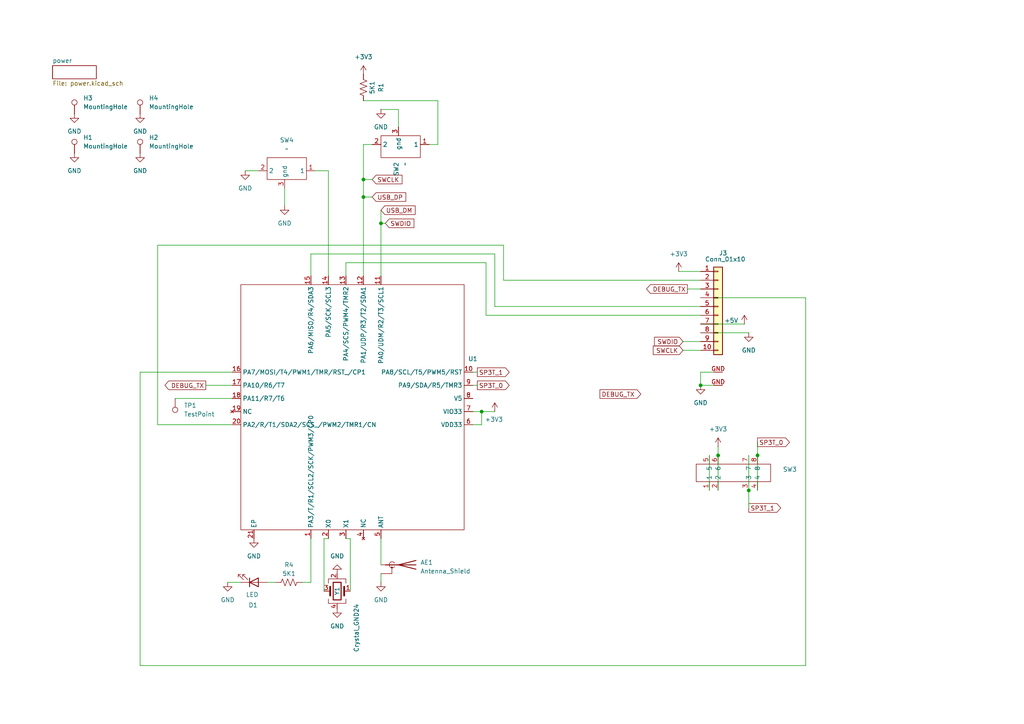
<source format=kicad_sch>
(kicad_sch (version 20250114) (generator "eeschema") (generator_version "9.0")
  (paper "A4")
  (lib_symbols
    (symbol "Connector:TestPoint" (pin_numbers (hide yes)) (pin_names (offset 0.762) (hide yes))
      (property "Reference" "TP" (at 0 6.858 0))
      (property "Value" "TestPoint" (at 0 5.08 0))
      (symbol "TestPoint_0_1"
        (circle (center 0 3.302) (radius 0.762))
      )
      (symbol "TestPoint_1_1"
        (pin passive line (at 0 0 90) (length 2.54) (name "1") (number "1"))
      )
    )
    (symbol "Connector_Generic:Conn_01x10" (pin_names (offset 1.016) (hide yes))
      (property "Reference" "J3" (at 2.54 0.0001 0))
      (property "Value" "Conn_01x10" (at 2.54 -2.5399 0))
      (symbol "Conn_01x10_1_1"
        (rectangle (start -1.27 11.43) (end 1.27 -13.97) (stroke (width 0.254)) (fill (type background)))
        (rectangle (start -1.27 10.287) (end 0 10.033) (stroke (width 0.1524)))
        (rectangle (start -1.27 7.747) (end 0 7.493) (stroke (width 0.1524)))
        (rectangle (start -1.27 5.207) (end 0 4.953) (stroke (width 0.1524)))
        (rectangle (start -1.27 2.667) (end 0 2.413) (stroke (width 0.1524)))
        (rectangle (start -1.27 0.127) (end 0 -0.127) (stroke (width 0.1524)))
        (rectangle (start -1.27 -2.413) (end 0 -2.667) (stroke (width 0.1524)))
        (rectangle (start -1.27 -4.953) (end 0 -5.207) (stroke (width 0.1524)))
        (rectangle (start -1.27 -7.493) (end 0 -7.747) (stroke (width 0.1524)))
        (rectangle (start -1.27 -10.033) (end 0 -10.287) (stroke (width 0.1524)))
        (rectangle (start -1.27 -12.573) (end 0 -12.827) (stroke (width 0.1524)))
        (pin passive line (at -5.08 10.16 0) (length 3.81) (name "Pin_1") (number "1"))
        (pin passive line (at -5.08 7.62 0) (length 3.81) (name "Pin_2") (number "2"))
        (pin passive line (at -5.08 5.08 0) (length 3.81) (name "Pin_3") (number "3"))
        (pin passive line (at -5.08 2.54 0) (length 3.81) (name "Pin_4") (number "4"))
        (pin passive line (at -5.08 0 0) (length 3.81) (name "Pin_5") (number "5"))
        (pin passive line (at -5.08 -2.54 0) (length 3.81) (name "Pin_6") (number "6"))
        (pin passive line (at -5.08 -5.08 0) (length 3.81) (name "Pin_7") (number "7"))
        (pin passive line (at -5.08 -7.62 0) (length 3.81) (name "Pin_8") (number "8"))
        (pin passive line (at -5.08 -10.16 0) (length 3.81) (name "Pin_9") (number "9"))
        (pin passive line (at -5.08 -12.7 0) (length 3.81) (name "Pin_10") (number "10"))
        (pin bidirectional line (at -1.27 -19.05 0) (length 2.54) (name "GND") (number "GND"))
        (pin bidirectional line (at -1.27 -22.86 0) (length 2.54) (name "GND") (number "GND"))
      )
    )
    (symbol "Device:Antenna_Shield" (pin_numbers (hide yes)) (pin_names (offset 1.016) (hide yes))
      (property "Reference" "AE" (at -1.905 4.445 0))
      (property "Value" "Antenna_Shield" (at -1.905 2.54 0))
      (symbol "Antenna_Shield_0_1"
        (arc (start 0 -2.667) (mid -0.8485 -2.1032) (end -0.508 -1.143))
        (polyline (pts (xy 0 5.08) (xy 0 -3.81)) (stroke (width 0.254)))
        (polyline (pts (xy 0 -2.54) (xy 0 0)))
        (arc (start 0.508 -1.143) (mid 0.8046 -2.0885) (end 0 -2.667))
        (polyline (pts (xy 0.762 -1.905) (xy 2.54 -1.905)))
        (circle (center 0.762 -1.905) (radius 0.1778) (fill (type outline)))
        (polyline (pts (xy 1.27 5.08) (xy 0 0) (xy -1.27 5.08)) (stroke (width 0.254)))
        (polyline (pts (xy 2.54 -2.54) (xy 2.54 -1.905)))
      )
      (symbol "Antenna_Shield_1_1"
        (pin input line (at 0 -5.08 90) (length 2.54) (name "A") (number "1"))
        (pin input line (at 2.54 -5.08 90) (length 2.54) (name "Shield") (number "2"))
      )
    )
    (symbol "Device:Crystal_GND24" (pin_names (offset 1.016) (hide yes))
      (property "Reference" "Y" (at 3.175 5.08 0))
      (property "Value" "Crystal_GND24" (at 3.175 3.175 0))
      (symbol "Crystal_GND24_0_1"
        (polyline (pts (xy -2.54 2.286) (xy -2.54 3.556) (xy 2.54 3.556) (xy 2.54 2.286)))
        (polyline (pts (xy -2.54 0) (xy -2.032 0)))
        (polyline (pts (xy -2.54 -2.286) (xy -2.54 -3.556) (xy 2.54 -3.556) (xy 2.54 -2.286)))
        (polyline (pts (xy -2.032 -1.27) (xy -2.032 1.27)) (stroke (width 0.508)))
        (rectangle (start -1.143 2.54) (end 1.143 -2.54) (stroke (width 0.3048)))
        (polyline (pts (xy 0 3.556) (xy 0 3.81)))
        (polyline (pts (xy 0 -3.81) (xy 0 -3.556)))
        (polyline (pts (xy 2.032 0) (xy 2.54 0)))
        (polyline (pts (xy 2.032 -1.27) (xy 2.032 1.27)) (stroke (width 0.508)))
      )
      (symbol "Crystal_GND24_1_1"
        (pin passive line (at -3.81 0 0) (length 1.27) (name "1") (number "1"))
        (pin passive line (at 0 5.08 270) (length 1.27) (name "2") (number "2"))
        (pin passive line (at 0 -5.08 90) (length 1.27) (name "4") (number "4"))
        (pin passive line (at 3.81 0 180) (length 1.27) (name "3") (number "3"))
      )
    )
    (symbol "Device:LED" (pin_numbers (hide yes)) (pin_names (offset 1.016) (hide yes))
      (property "Reference" "D" (at 0 2.54 0))
      (property "Value" "LED" (at 0 -2.54 0))
      (symbol "LED_0_1"
        (polyline (pts (xy -3.048 -0.762) (xy -4.572 -2.286) (xy -3.81 -2.286) (xy -4.572 -2.286) (xy -4.572 -1.524)))
        (polyline (pts (xy -1.778 -0.762) (xy -3.302 -2.286) (xy -2.54 -2.286) (xy -3.302 -2.286) (xy -3.302 -1.524)))
        (polyline (pts (xy -1.27 0) (xy 1.27 0)))
        (polyline (pts (xy -1.27 -1.27) (xy -1.27 1.27)) (stroke (width 0.254)))
        (polyline (pts (xy 1.27 -1.27) (xy 1.27 1.27) (xy -1.27 0) (xy 1.27 -1.27)) (stroke (width 0.254)))
      )
      (symbol "LED_1_1"
        (pin passive line (at -3.81 0 0) (length 2.54) (name "K") (number "1"))
        (pin passive line (at 3.81 0 180) (length 2.54) (name "A") (number "2"))
      )
    )
    (symbol "Device:R_US" (pin_numbers (hide yes)) (pin_names (offset 0))
      (property "Reference" "R" (at 2.54 0 90))
      (property "Value" "R_US" (at -2.54 0 90))
      (symbol "R_US_0_1"
        (polyline (pts (xy 0 2.286) (xy 0 2.54)))
        (polyline (pts (xy 0 2.286) (xy 1.016 1.905) (xy 0 1.524) (xy -1.016 1.143) (xy 0 0.762)))
        (polyline (pts (xy 0 0.762) (xy 1.016 0.381) (xy 0 0) (xy -1.016 -0.381) (xy 0 -0.762)))
        (polyline (pts (xy 0 -0.762) (xy 1.016 -1.143) (xy 0 -1.524) (xy -1.016 -1.905) (xy 0 -2.286)))
        (polyline (pts (xy 0 -2.286) (xy 0 -2.54)))
      )
      (symbol "R_US_1_1"
        (pin passive line (at 0 3.81 270) (length 1.27) (name "~") (number "1"))
        (pin passive line (at 0 -3.81 90) (length 1.27) (name "~") (number "2"))
      )
    )
    (symbol "mydt2_symb:my_sp3t"
      (property "Reference" "SW" (at -10.16 -6.858 0))
      (symbol "my_sp3t_0_1"
        (polyline (pts (xy -10.16 2.54) (xy 11.43 2.54) (xy 11.43 -2.54) (xy -10.16 -2.54) (xy -10.16 2.54)))
      )
      (symbol "my_sp3t_1_1"
        (pin bidirectional line (at -6.35 5.08 270) (length 2.54) (name "5") (number "5"))
        (pin bidirectional line (at -6.35 -5.08 90) (length 2.54) (name "1") (number "1"))
        (pin bidirectional line (at -3.81 5.08 270) (length 2.54) (name "6") (number "6"))
        (pin bidirectional line (at -3.81 -5.08 90) (length 2.54) (name "2") (number "2"))
        (pin bidirectional line (at 5.08 5.08 270) (length 2.54) (name "7") (number "7"))
        (pin bidirectional line (at 5.08 -5.08 90) (length 2.54) (name "3") (number "3"))
        (pin bidirectional line (at 7.62 5.08 270) (length 2.54) (name "8") (number "8"))
        (pin bidirectional line (at 7.62 -5.08 90) (length 2.54) (name "4") (number "4"))
      )
    )
    (symbol "mydt2_symb:my_turt"
      (property "Reference" "SW" (at -19.812 -22.86 0))
      (symbol "my_turt_0_1"
        (polyline (pts (xy -11.43 -2.54) (xy 0 -2.54) (xy 0 -8.89) (xy -11.43 -8.89) (xy -11.43 -2.54)))
      )
      (symbol "my_turt_1_1"
        (pin bidirectional line (at -13.97 -6.35 0) (length 2.54) (name "1") (number "1"))
        (pin bidirectional line (at -5.08 -11.43 90) (length 2.54) (name "gnd") (number "3"))
        (pin bidirectional line (at 2.54 -6.35 180) (length 2.54) (name "2") (number "2"))
      )
    )
    (symbol "power:+3V3" (power) (pin_numbers (hide yes)) (pin_names (offset 0) (hide yes))
      (property "Value" "+3V3" (at 0 3.556 0))
      (symbol "+3V3_0_1"
        (polyline (pts (xy -0.762 1.27) (xy 0 2.54)))
        (polyline (pts (xy 0 2.54) (xy 0.762 1.27)))
        (polyline (pts (xy 0 0) (xy 0 2.54)))
      )
      (symbol "+3V3_1_1"
        (pin power_in line (at 0 0 90) (length 0) (name "~") (number "1"))
      )
    )
    (symbol "power:+5V" (power) (pin_numbers (hide yes)) (pin_names (offset 0) (hide yes))
      (property "Value" "+5V" (at 0 3.556 0))
      (symbol "+5V_0_1"
        (polyline (pts (xy -0.762 1.27) (xy 0 2.54)))
        (polyline (pts (xy 0 2.54) (xy 0.762 1.27)))
        (polyline (pts (xy 0 0) (xy 0 2.54)))
      )
      (symbol "+5V_1_1"
        (pin power_in line (at 0 0 90) (length 0) (name "~") (number "1"))
      )
    )
    (symbol "power:GND" (power) (pin_numbers (hide yes)) (pin_names (offset 0) (hide yes))
      (property "Value" "GND" (at 0 -3.81 0))
      (symbol "GND_0_1"
        (polyline (pts (xy 0 0) (xy 0 -1.27) (xy 1.27 -1.27) (xy 0 -2.54) (xy -1.27 -1.27) (xy 0 -1.27)))
      )
      (symbol "GND_1_1"
        (pin power_in line (at 0 0 270) (length 0) (name "~") (number "1"))
      )
    )
    (symbol "wch:WCH572D"
      (property "Reference" "U" (at 0 0 0))
      (symbol "WCH572D_0_1"
        (rectangle (start -31.75 36.83) (end 33.02 -34.29))
      )
      (symbol "WCH572D_1_1"
        (pin bidirectional line (at -34.29 11.43 0) (length 2.54) (name "PA7/MOSI/T4/PWM1/TMR/RST_/CP1") (number "16"))
        (pin bidirectional line (at -34.29 7.62 0) (length 2.54) (name "PA10/R6/T7") (number "17"))
        (pin bidirectional line (at -34.29 3.81 0) (length 2.54) (name "PA11/R7/T6") (number "18"))
        (pin no_connect line (at -34.29 0 0) (length 2.54) (name "NC") (number "19"))
        (pin bidirectional line (at -34.29 -3.81 0) (length 2.54) (name "PA2/R/T1/SDA2/SCS_/PWM2/TMR1/CN") (number "20"))
        (pin power_in line (at -27.94 -36.83 90) (length 2.54) (name "EP") (number "21"))
        (pin bidirectional line (at -11.43 39.37 270) (length 2.54) (name "PA6/MISO/R4/SDA3") (number "15"))
        (pin bidirectional line (at -11.43 -36.83 90) (length 2.54) (name "PA3/T/R1/SCL2/SCK/PWM3/CP0") (number "1"))
        (pin bidirectional line (at -6.35 39.37 270) (length 2.54) (name "PA5/SCK/SCL3") (number "14"))
        (pin bidirectional line (at -6.35 -36.83 90) (length 2.54) (name "X0") (number "2"))
        (pin bidirectional line (at -1.27 39.37 270) (length 2.54) (name "PA4/SCS/PWM4/TMR2") (number "13"))
        (pin bidirectional line (at -1.27 -36.83 90) (length 2.54) (name "X1") (number "3"))
        (pin bidirectional line (at 3.81 39.37 270) (length 2.54) (name "PA1/UDP/R3/T2/SDA1") (number "12"))
        (pin no_connect line (at 3.81 -36.83 90) (length 2.54) (name "NC") (number "4"))
        (pin bidirectional line (at 8.89 39.37 270) (length 2.54) (name "PA0/UDM/R2/T3/SCL1") (number "11"))
        (pin bidirectional line (at 8.89 -36.83 90) (length 2.54) (name "ANT") (number "5"))
        (pin bidirectional line (at 35.56 11.43 180) (length 2.54) (name "PA8/SCL/T5/PWM5/RST") (number "10"))
        (pin bidirectional line (at 35.56 7.62 180) (length 2.54) (name "PA9/SDA/R5/TMR3") (number "9"))
        (pin power_in line (at 35.56 3.81 180) (length 2.54) (name "V5") (number "8"))
        (pin power_in line (at 35.56 0 180) (length 2.54) (name "VIO33") (number "7"))
        (pin power_in line (at 35.56 -3.81 180) (length 2.54) (name "VDD33") (number "6"))
      )
    )
  )
  (junction (at 139.7 119.38))
  (junction (at 105.41 52.07))
  (junction (at 203.2 111.76))
  (junction (at 217.17 142.24))
  (junction (at 105.41 57.15))
  (junction (at 219.71 132.08))
  (junction (at 110.49 64.77))
  (junction (at 208.28 132.08))
  (wire (pts (xy 139.7 119.38) (xy 139.7 123.19)))
  (wire (pts (xy 107.95 57.15) (xy 105.41 57.15)))
  (wire (pts (xy 40.64 107.95) (xy 40.64 193.04)))
  (wire (pts (xy 111.76 64.77) (xy 110.49 64.77)))
  (wire (pts (xy 205.74 132.08) (xy 205.74 142.24)))
  (wire (pts (xy 140.97 76.2) (xy 140.97 91.44)))
  (wire (pts (xy 146.05 81.28) (xy 146.05 71.12)))
  (wire (pts (xy 143.51 73.66) (xy 143.51 88.9)))
  (wire (pts (xy 217.17 142.24) (xy 217.17 147.32)))
  (wire (pts (xy 203.2 107.95) (xy 203.2 111.76)))
  (wire (pts (xy 90.17 80.01) (xy 90.17 73.66)))
  (wire (pts (xy 90.17 73.66) (xy 143.51 73.66)))
  (wire (pts (xy 105.41 41.91) (xy 105.41 52.07)))
  (wire (pts (xy 101.6 156.21) (xy 100.33 156.21)))
  (wire (pts (xy 137.16 119.38) (xy 139.7 119.38)))
  (wire (pts (xy 105.41 52.07) (xy 105.41 57.15)))
  (wire (pts (xy 45.72 71.12) (xy 45.72 123.19)))
  (wire (pts (xy 110.49 156.21) (xy 110.49 163.83)))
  (wire (pts (xy 40.64 193.04) (xy 233.68 193.04)))
  (wire (pts (xy 66.04 168.91) (xy 69.85 168.91)))
  (wire (pts (xy 219.71 128.27) (xy 219.71 132.08)))
  (wire (pts (xy 203.2 96.52) (xy 217.17 96.52)))
  (wire (pts (xy 198.12 99.06) (xy 203.2 99.06)))
  (wire (pts (xy 143.51 88.9) (xy 203.2 88.9)))
  (wire (pts (xy 100.33 76.2) (xy 140.97 76.2)))
  (wire (pts (xy 115.57 31.75) (xy 115.57 36.83)))
  (wire (pts (xy 137.16 111.76) (xy 138.43 111.76)))
  (wire (pts (xy 71.12 49.53) (xy 74.93 49.53)))
  (wire (pts (xy 82.55 54.61) (xy 82.55 59.69)))
  (wire (pts (xy 50.8 115.57) (xy 67.31 115.57)))
  (wire (pts (xy 203.2 81.28) (xy 146.05 81.28)))
  (wire (pts (xy 127 29.21) (xy 105.41 29.21)))
  (wire (pts (xy 137.16 107.95) (xy 138.43 107.95)))
  (wire (pts (xy 127 41.91) (xy 127 29.21)))
  (wire (pts (xy 101.6 171.45) (xy 101.6 156.21)))
  (wire (pts (xy 67.31 107.95) (xy 40.64 107.95)))
  (wire (pts (xy 217.17 132.08) (xy 217.17 142.24)))
  (wire (pts (xy 203.2 111.76) (xy 207.01 111.76)))
  (wire (pts (xy 207.01 107.95) (xy 203.2 107.95)))
  (wire (pts (xy 87.63 168.91) (xy 90.17 168.91)))
  (wire (pts (xy 95.25 80.01) (xy 95.25 49.53)))
  (wire (pts (xy 208.28 129.54) (xy 208.28 132.08)))
  (wire (pts (xy 140.97 91.44) (xy 203.2 91.44)))
  (wire (pts (xy 105.41 41.91) (xy 107.95 41.91)))
  (wire (pts (xy 93.98 156.21) (xy 95.25 156.21)))
  (wire (pts (xy 107.95 52.07) (xy 105.41 52.07)))
  (wire (pts (xy 146.05 71.12) (xy 45.72 71.12)))
  (wire (pts (xy 59.69 111.76) (xy 67.31 111.76)))
  (wire (pts (xy 91.44 49.53) (xy 95.25 49.53)))
  (wire (pts (xy 233.68 86.36) (xy 203.2 86.36)))
  (wire (pts (xy 105.41 57.15) (xy 105.41 80.01)))
  (wire (pts (xy 199.39 83.82) (xy 203.2 83.82)))
  (wire (pts (xy 100.33 80.01) (xy 100.33 76.2)))
  (wire (pts (xy 208.28 132.08) (xy 208.28 142.24)))
  (wire (pts (xy 139.7 123.19) (xy 137.16 123.19)))
  (wire (pts (xy 233.68 193.04) (xy 233.68 86.36)))
  (wire (pts (xy 139.7 119.38) (xy 143.51 119.38)))
  (wire (pts (xy 93.98 171.45) (xy 93.98 156.21)))
  (wire (pts (xy 219.71 132.08) (xy 219.71 142.24)))
  (wire (pts (xy 110.49 64.77) (xy 110.49 80.01)))
  (wire (pts (xy 110.49 166.37) (xy 110.49 168.91)))
  (wire (pts (xy 198.12 101.6) (xy 203.2 101.6)))
  (wire (pts (xy 67.31 123.19) (xy 45.72 123.19)))
  (wire (pts (xy 90.17 156.21) (xy 90.17 168.91)))
  (wire (pts (xy 110.49 60.96) (xy 110.49 64.77)))
  (wire (pts (xy 110.49 31.75) (xy 115.57 31.75)))
  (wire (pts (xy 77.47 168.91) (xy 80.01 168.91)))
  (wire (pts (xy 124.46 41.91) (xy 127 41.91)))
  (wire (pts (xy 215.9 93.98) (xy 203.2 93.98)))
  (wire (pts (xy 196.85 78.74) (xy 203.2 78.74)))
  (global_label "SWDIO" (shape input) (at 198.12 99.06 180) (property "Intersheetrefs" "${INTERSHEET_REFS}" (effects (hide yes))))
  (global_label "DEBUG_TX" (shape output) (at 173.99 114.3 0) (property "Intersheetrefs" "${INTERSHEET_REFS}" (effects (hide yes))))
  (global_label "SP3T_0" (shape output) (at 219.71 128.27 0) (property "Intersheetrefs" "${INTERSHEET_REFS}" (effects (hide yes))))
  (global_label "USB_DP" (shape input) (at 107.95 57.15 0) (property "Intersheetrefs" "${INTERSHEET_REFS}" (effects (hide yes))))
  (global_label "SP3T_1" (shape output) (at 217.17 147.32 0) (property "Intersheetrefs" "${INTERSHEET_REFS}" (effects (hide yes))))
  (global_label "SWCLK" (shape input) (at 198.12 101.6 180) (property "Intersheetrefs" "${INTERSHEET_REFS}" (effects (hide yes))))
  (global_label "DEBUG_TX" (shape output) (at 199.39 83.82 180) (property "Intersheetrefs" "${INTERSHEET_REFS}" (effects (hide yes))))
  (global_label "SWCLK" (shape input) (at 107.95 52.07 0) (property "Intersheetrefs" "${INTERSHEET_REFS}" (effects (hide yes))))
  (global_label "SWDIO" (shape input) (at 111.76 64.77 0) (property "Intersheetrefs" "${INTERSHEET_REFS}" (effects (hide yes))))
  (global_label "DEBUG_TX" (shape output) (at 59.69 111.76 180) (property "Intersheetrefs" "${INTERSHEET_REFS}" (effects (hide yes))))
  (global_label "USB_DM" (shape input) (at 110.49 60.96 0) (property "Intersheetrefs" "${INTERSHEET_REFS}" (effects (hide yes))))
  (global_label "SP3T_1" (shape output) (at 138.43 107.95 0) (property "Intersheetrefs" "${INTERSHEET_REFS}" (effects (hide yes))))
  (global_label "SP3T_0" (shape output) (at 138.43 111.76 0) (property "Intersheetrefs" "${INTERSHEET_REFS}" (effects (hide yes))))
  (symbol (lib_id "power:+3V3") (at 208.28 129.54 0) (unit 1)
    (property "Reference" "#PWR051" (effects (hide yes)))
    (property "Value" "+3V3" (at 208.28 124.46 0))
    (property "Description" "Power symbol creates a global label with name \"+3V3\"" (effects (hide yes)))
  )
  (symbol (lib_id "Connector:TestPoint") (at 21.59 33.02 0) (unit 1)
    (property "Reference" "H3" (at 24.13 28.4479 0) (effects (justify left)))
    (property "Value" "MountingHole" (at 24.13 30.9879 0) (effects (justify left)))
    (property "Footprint" "MountingHole:MountingHole_2.2mm_M2_ISO7380_Pad" (effects (hide yes)))
    (property "Description" "test point" (effects (hide yes)))
  )
  (symbol (lib_id "power:GND") (at 21.59 33.02 0) (mirror y) (unit 1)
    (property "Reference" "#PWR015" (effects (hide yes)))
    (property "Value" "GND" (at 21.59 38.1 0))
    (property "Description" "Power symbol creates a global label with name \"GND\" , ground" (effects (hide yes)))
  )
  (symbol (lib_id "power:GND") (at 110.49 168.91 0) (unit 1)
    (property "Reference" "#PWR026" (effects (hide yes)))
    (property "Value" "GND" (at 110.49 173.99 0))
    (property "Description" "Power symbol creates a global label with name \"GND\" , ground" (effects (hide yes)))
  )
  (symbol (lib_id "Connector_Generic:Conn_01x10") (at 208.28 88.9 0) (unit 1)
    (property "Reference" "J3" (at 208.534 73.406 0) (effects (justify left)))
    (property "Value" "Conn_01x10" (at 204.47 75.184 0) (effects (justify left)))
    (property "Footprint" "Connector_JST:JST_SH_BM10B-SRSS-TB_1x10-1MP_P1.00mm_Vertical" (effects (hide yes)))
    (property "Description" "Generic connector, single row, 01x10, script generated (kicad-library-utils/schlib/autogen/connector/)" (effects (hide yes)))
  )
  (symbol (lib_id "power:GND") (at 217.17 96.52 0) (unit 1)
    (property "Reference" "#PWR043" (effects (hide yes)))
    (property "Value" "GND" (at 217.17 101.6 0))
    (property "Description" "Power symbol creates a global label with name \"GND\" , ground" (effects (hide yes)))
  )
  (symbol (lib_id "power:GND") (at 71.12 49.53 0) (mirror y) (unit 1)
    (property "Reference" "#PWR046" (effects (hide yes)))
    (property "Value" "GND" (at 71.12 54.61 0))
    (property "Description" "Power symbol creates a global label with name \"GND\" , ground" (effects (hide yes)))
  )
  (symbol (lib_id "power:+5V") (at 215.9 93.98 0) (unit 1)
    (property "Reference" "#PWR031" (effects (hide yes)))
    (property "Value" "+5V" (at 212.09 92.964 0))
    (property "Description" "Power symbol creates a global label with name \"+5V\"" (effects (hide yes)))
  )
  (symbol (lib_id "Device:Crystal_GND24") (at 97.79 171.45 0) (mirror y) (unit 1)
    (property "Reference" "Y1" (at 97.79 171.45 90))
    (property "Value" "Crystal_GND24" (at 103.378 182.118 90))
    (property "Footprint" "Crystal:Crystal_SMD_3225-4Pin_3.2x2.5mm" (effects (hide yes)))
    (property "Description" "Four pin crystal, GND on pins 2 and 4" (effects (hide yes)))
  )
  (symbol (lib_id "mydt2_symb:my_turt") (at 77.47 43.18 0) (mirror y) (unit 1)
    (property "Reference" "SW4" (at 83.185 40.64 0))
    (property "Value" "~" (at 83.185 43.18 0))
    (property "Footprint" "mymy:turt" (effects (hide yes)))
  )
  (symbol (lib_id "Connector:TestPoint") (at 50.8 115.57 180) (unit 1)
    (property "Reference" "TP1" (at 53.34 117.6019 0) (effects (justify right)))
    (property "Value" "TestPoint" (at 53.34 120.1419 0) (effects (justify right)))
    (property "Footprint" "TestPoint:TestPoint_Plated_Hole_D2.0mm" (effects (hide yes)))
    (property "Description" "test point" (effects (hide yes)))
  )
  (symbol (lib_id "power:GND") (at 40.64 33.02 0) (mirror y) (unit 1)
    (property "Reference" "#PWR016" (effects (hide yes)))
    (property "Value" "GND" (at 40.64 38.1 0))
    (property "Description" "Power symbol creates a global label with name \"GND\" , ground" (effects (hide yes)))
  )
  (symbol (lib_id "power:GND") (at 40.64 44.45 0) (mirror y) (unit 1)
    (property "Reference" "#PWR07" (effects (hide yes)))
    (property "Value" "GND" (at 40.64 49.53 0))
    (property "Description" "Power symbol creates a global label with name \"GND\" , ground" (effects (hide yes)))
  )
  (symbol (lib_id "mydt2_symb:my_sp3t") (at 212.09 137.16 0) (unit 1)
    (property "Reference" "SW3" (at 231.14 136.144 0) (effects (justify right)))
    (property "Footprint" "mymy:my_sp3t_pth" (effects (hide yes)))
  )
  (symbol (lib_id "power:GND") (at 82.55 59.69 0) (mirror y) (unit 1)
    (property "Reference" "#PWR045" (effects (hide yes)))
    (property "Value" "GND" (at 82.55 64.77 0))
    (property "Description" "Power symbol creates a global label with name \"GND\" , ground" (effects (hide yes)))
  )
  (symbol (lib_id "Connector:TestPoint") (at 40.64 33.02 0) (unit 1)
    (property "Reference" "H4" (at 43.18 28.4479 0) (effects (justify left)))
    (property "Value" "MountingHole" (at 43.18 30.9879 0) (effects (justify left)))
    (property "Footprint" "MountingHole:MountingHole_2.2mm_M2_ISO7380_Pad" (effects (hide yes)))
    (property "Description" "test point" (effects (hide yes)))
  )
  (symbol (lib_id "power:GND") (at 97.79 166.37 180) (unit 1)
    (property "Reference" "#PWR028" (effects (hide yes)))
    (property "Value" "GND" (at 97.79 161.29 0))
    (property "Description" "Power symbol creates a global label with name \"GND\" , ground" (effects (hide yes)))
  )
  (symbol (lib_id "power:+3V3") (at 143.51 119.38 0) (unit 1)
    (property "Reference" "#PWR01" (effects (hide yes)))
    (property "Value" "+3V3" (at 143.256 121.666 0))
    (property "Description" "Power symbol creates a global label with name \"+3V3\"" (effects (hide yes)))
  )
  (symbol (lib_id "power:GND") (at 203.2 111.76 0) (unit 1)
    (property "Reference" "#PWR047" (effects (hide yes)))
    (property "Value" "GND" (at 203.2 116.84 0))
    (property "Description" "Power symbol creates a global label with name \"GND\" , ground" (effects (hide yes)))
  )
  (symbol (lib_id "power:GND") (at 21.59 44.45 0) (mirror y) (unit 1)
    (property "Reference" "#PWR011" (effects (hide yes)))
    (property "Value" "GND" (at 21.59 49.53 0))
    (property "Description" "Power symbol creates a global label with name \"GND\" , ground" (effects (hide yes)))
  )
  (symbol (lib_id "power:+3V3") (at 105.41 21.59 0) (unit 1)
    (property "Reference" "#PWR019" (effects (hide yes)))
    (property "Value" "+3V3" (at 105.41 16.51 0))
    (property "Description" "Power symbol creates a global label with name \"+3V3\"" (effects (hide yes)))
  )
  (symbol (lib_id "power:GND") (at 73.66 156.21 0) (unit 1)
    (property "Reference" "#PWR04" (effects (hide yes)))
    (property "Value" "GND" (at 73.66 161.29 0))
    (property "Description" "Power symbol creates a global label with name \"GND\" , ground" (effects (hide yes)))
  )
  (symbol (lib_id "power:GND") (at 110.49 31.75 0) (unit 1)
    (property "Reference" "#PWR018" (effects (hide yes)))
    (property "Value" "GND" (at 110.49 36.83 0))
    (property "Description" "Power symbol creates a global label with name \"GND\" , ground" (effects (hide yes)))
  )
  (symbol (lib_id "Device:R_US") (at 83.82 168.91 90) (unit 1)
    (property "Reference" "R4" (at 83.82 163.83 90))
    (property "Value" "5K1" (at 83.82 166.37 90))
    (property "Footprint" "Resistor_SMD:R_0805_2012Metric" (effects (hide yes)))
  )
  (symbol (lib_id "Device:R_US") (at 105.41 25.4 0) (unit 1)
    (property "Reference" "R1" (at 110.49 25.4 90))
    (property "Value" "5K1" (at 107.95 25.4 90))
    (property "Footprint" "Resistor_SMD:R_0805_2012Metric" (effects (hide yes)))
  )
  (symbol (lib_id "Connector:TestPoint") (at 21.59 44.45 0) (unit 1)
    (property "Reference" "H1" (at 24.13 39.8779 0) (effects (justify left)))
    (property "Value" "MountingHole" (at 24.13 42.4179 0) (effects (justify left)))
    (property "Footprint" "MountingHole:MountingHole_2.2mm_M2_ISO7380_Pad" (effects (hide yes)))
    (property "Description" "test point" (effects (hide yes)))
  )
  (symbol (lib_id "power:GND") (at 66.04 168.91 0) (unit 1)
    (property "Reference" "#PWR02" (effects (hide yes)))
    (property "Value" "GND" (at 66.04 173.99 0))
    (property "Description" "Power symbol creates a global label with name \"GND\" , ground" (effects (hide yes)))
  )
  (symbol (lib_id "power:GND") (at 97.79 176.53 0) (unit 1)
    (property "Reference" "#PWR027" (effects (hide yes)))
    (property "Value" "GND" (at 97.79 181.61 0))
    (property "Description" "Power symbol creates a global label with name \"GND\" , ground" (effects (hide yes)))
  )
  (symbol (lib_id "Device:LED") (at 73.66 168.91 0) (mirror x) (unit 1)
    (property "Reference" "D1" (at 73.406 175.514 0))
    (property "Value" "LED" (at 73.152 172.466 0))
    (property "Footprint" "LED_SMD:LED_0805_2012Metric" (effects (hide yes)))
  )
  (symbol (lib_id "mydt2_symb:my_turt") (at 110.49 48.26 180) (unit 1)
    (property "Reference" "SW2" (at 114.9349 46.99 90) (effects (justify left)))
    (property "Value" "~" (at 117.4749 46.99 90) (effects (justify left)))
    (property "Footprint" "mymy:turt" (effects (hide yes)))
  )
  (symbol (lib_id "wch:WCH572D") (at 101.6 119.38 0) (unit 1)
    (property "Reference" "U1" (at 137.16 104.0698 0))
    (property "Footprint" "Package_DFN_QFN:QFN-20-1EP_3x3mm_P0.4mm_EP1.65x1.65mm" (effects (hide yes)))
  )
  (symbol (lib_id "Connector:TestPoint") (at 40.64 44.45 0) (unit 1)
    (property "Reference" "H2" (at 43.18 39.8779 0) (effects (justify left)))
    (property "Value" "MountingHole" (at 43.18 42.4179 0) (effects (justify left)))
    (property "Footprint" "MountingHole:MountingHole_2.2mm_M2_ISO7380_Pad" (effects (hide yes)))
    (property "Description" "test point" (effects (hide yes)))
  )
  (symbol (lib_id "Device:Antenna_Shield") (at 115.57 163.83 270) (unit 1)
    (property "Reference" "AE1" (at 121.92 163.1314 90) (effects (justify left)))
    (property "Value" "Antenna_Shield" (at 121.92 165.6714 90) (effects (justify left)))
    (property "Footprint" "ESP_Antenna:ESPRESSIF_ESP32_MIFA_2.4GHz_Right" (effects (hide yes)))
    (property "Description" "Antenna with extra pin for shielding" (effects (hide yes)))
  )
  (symbol (lib_id "power:+3V3") (at 196.85 78.74 0) (unit 1)
    (property "Reference" "#PWR044" (effects (hide yes)))
    (property "Value" "+3V3" (at 196.85 73.66 0))
    (property "Description" "Power symbol creates a global label with name \"+3V3\"" (effects (hide yes)))
  )
  (sheet (at 15.24 19.05) (size 12.7 3.81) (stroke (width 0.1524))
    (property "Sheetname" "power" (at 15.24 18.3384 0) (effects (justify left bottom)))
    (property "Sheetfile" "power.kicad_sch" (at 15.24 23.4446 0) (effects (justify left top)))
  )
)
</source>
